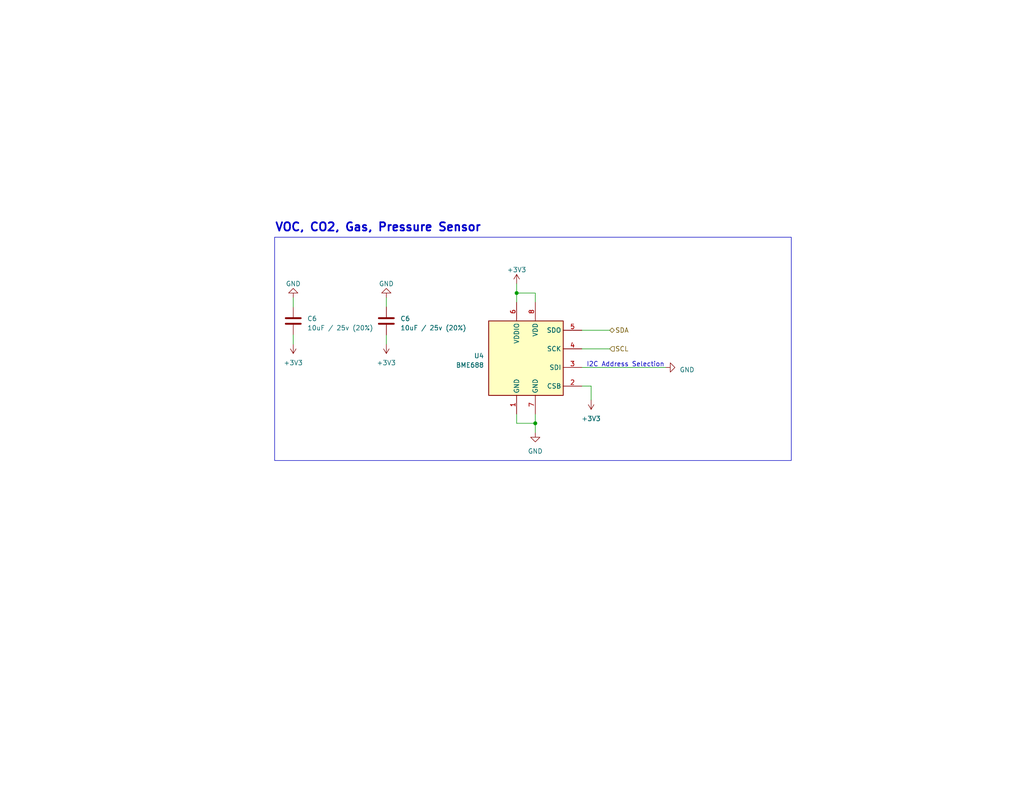
<source format=kicad_sch>
(kicad_sch (version 20230121) (generator eeschema)
  (paper "USLetter")
  (title_block (title "Kwartzlab Environmental Sensor") (date "2023-03-24") (rev "1") (company "Created By: Erin Reed (FireLabs - www.firelabs.ca)"))
  (lib_symbols
    (symbol "Device:C" (pin_numbers hide) (pin_names (offset 0.254))
      (property "Reference" "C" (at 0.635 2.54 0))
      (property "Value" "C" (at 0.635 -2.54 0))
      (symbol "C_0_1"
        (polyline (pts (xy -2.032 -0.762) (xy 2.032 -0.762)) (stroke (width 0.508)))
        (polyline (pts (xy -2.032 0.762) (xy 2.032 0.762)) (stroke (width 0.508)))
      )
      (symbol "C_1_1"
        (pin passive line (at 0 3.81 270) (length 2.794) (name "~") (number "1"))
        (pin passive line (at 0 -3.81 90) (length 2.794) (name "~") (number "2"))
      )
    )
    (symbol "Sensor:BME680"
      (property "Reference" "U" (at -8.89 11.43 0))
      (property "Value" "BME680" (at 7.62 11.43 0))
      (symbol "BME680_0_1"
        (rectangle (start -10.16 10.16) (end 10.16 -10.16) (stroke (width 0.254)) (fill (type background)))
      )
      (symbol "BME680_1_1"
        (pin power_in line (at -2.54 -15.24 90) (length 5.08) (name "GND") (number "1"))
        (pin input line (at 15.24 -7.62 180) (length 5.08) (name "CSB") (number "2"))
        (pin bidirectional line (at 15.24 -2.54 180) (length 5.08) (name "SDI") (number "3"))
        (pin input line (at 15.24 2.54 180) (length 5.08) (name "SCK") (number "4"))
        (pin bidirectional line (at 15.24 7.62 180) (length 5.08) (name "SDO") (number "5"))
        (pin power_in line (at -2.54 15.24 270) (length 5.08) (name "VDDIO") (number "6"))
        (pin power_in line (at 2.54 -15.24 90) (length 5.08) (name "GND") (number "7"))
        (pin power_in line (at 2.54 15.24 270) (length 5.08) (name "VDD") (number "8"))
      )
    )
    (symbol "power:+3V3" (power) (pin_names (offset 0))
      (property "Value" "+3V3" (at 0 3.556 0))
      (symbol "+3V3_0_1"
        (polyline (pts (xy -0.762 1.27) (xy 0 2.54)))
        (polyline (pts (xy 0 0) (xy 0 2.54)))
        (polyline (pts (xy 0 2.54) (xy 0.762 1.27)))
      )
      (symbol "+3V3_1_1"
        (pin power_in line (at 0 0 90) (length 0) hide (name "+3V3") (number "1"))
      )
    )
    (symbol "power:GND" (power) (pin_names (offset 0))
      (property "Value" "GND" (at 0 -3.81 0))
      (symbol "GND_0_1"
        (polyline (pts (xy 0 0) (xy 0 -1.27) (xy 1.27 -1.27) (xy 0 -2.54) (xy -1.27 -1.27) (xy 0 -1.27)))
      )
      (symbol "GND_1_1"
        (pin power_in line (at 0 0 270) (length 0) hide (name "GND") (number "1"))
      )
    )
  )
  (junction (at 146.05 115.57))
  (junction (at 140.97 80.01))
  (wire (pts (xy 146.05 82.55) (xy 146.05 80.01)))
  (wire (pts (xy 158.75 105.41) (xy 161.29 105.41)))
  (wire (pts (xy 80.01 91.44) (xy 80.01 93.98)))
  (wire (pts (xy 146.05 80.01) (xy 140.97 80.01)))
  (wire (pts (xy 140.97 77.47) (xy 140.97 80.01)))
  (wire (pts (xy 158.75 95.25) (xy 166.37 95.25)))
  (wire (pts (xy 105.41 81.28) (xy 105.41 83.82)))
  (wire (pts (xy 158.75 90.17) (xy 166.37 90.17)))
  (wire (pts (xy 80.01 81.28) (xy 80.01 83.82)))
  (wire (pts (xy 140.97 80.01) (xy 140.97 82.55)))
  (wire (pts (xy 146.05 113.03) (xy 146.05 115.57)))
  (wire (pts (xy 140.97 113.03) (xy 140.97 115.57)))
  (wire (pts (xy 105.41 91.44) (xy 105.41 93.98)))
  (wire (pts (xy 146.05 115.57) (xy 146.05 118.11)))
  (wire (pts (xy 161.29 105.41) (xy 161.29 109.22)))
  (wire (pts (xy 158.75 100.33) (xy 181.61 100.33)))
  (wire (pts (xy 140.97 115.57) (xy 146.05 115.57)))
  (rectangle (start 74.93 64.77) (end 215.9 125.73))
  (text "VOC, CO2, Gas, Pressure Sensor" (at 74.93 63.5 0) (effects (font (size 2.27 2.27) (thickness 0.454) bold) (justify left bottom)))
  (text "I2C Address Selection" (at 160.02 100.33 0) (effects (font (size 1.27 1.27)) (justify left bottom)))
  (hierarchical_label "SCL" (shape input) (at 166.37 95.25 0))
  (hierarchical_label "SDA" (shape bidirectional) (at 166.37 90.17 0))
  (symbol (lib_id "power:GND") (at 181.61 100.33 90) (unit 1)
    (property "Reference" "#PWR042" (effects hide))
    (property "Value" "GND" (at 185.42 100.965 90) (effects (justify right)))
  )
  (symbol (lib_id "power:GND") (at 80.01 81.28 180) (unit 1)
    (property "Reference" "#PWR014" (effects hide))
    (property "Value" "GND" (at 80.01 77.47 0))
    (instances (project "KwartzLab-SensorBoard-Rev1" (path "" (reference "#PWR014") (unit 1)) (path "" (reference "#PWR035") (unit 1))) (project "connector_usb_c" (path "" (reference "#PWR01") (unit 1))))
  )
  (symbol (lib_id "power:+3V3") (at 140.97 77.47 0) (unit 1)
    (property "Reference" "#PWR039" (effects hide))
    (property "Value" "+3V3" (at 140.97 73.66 0))
  )
  (symbol (lib_id "power:GND") (at 146.05 118.11 0) (unit 1)
    (property "Reference" "#PWR040" (effects hide))
    (property "Value" "GND" (at 146.05 123.19 0))
  )
  (symbol (lib_id "Device:C") (at 80.01 87.63 180) (unit 1)
    (property "Reference" "C6" (at 83.82 86.995 0) (effects (justify right)))
    (property "Value" "10uF / 25v (20%)" (at 83.82 89.535 0) (effects (justify right)))
    (property "Footprint" "Capacitor_SMD:C_0603_1608Metric" (effects hide))
    (property "Datasheet" "https://media.digikey.com/pdf/Data%20Sheets/Samsung%20PDFs/CL10A106MA8NRNC_Spec.pdf" (effects hide))
    (property "DigiKey" "1276-1869-1-ND" (effects hide))
    (instances (project "KwartzLab-SensorBoard-Rev1" (path "" (reference "C6") (unit 1)) (path "" (reference "C11") (unit 1))) (project "connector_usb_c" (path "" (reference "C1") (unit 1))))
  )
  (symbol (lib_id "Device:C") (at 105.41 87.63 180) (unit 1)
    (property "Reference" "C6" (at 109.22 86.995 0) (effects (justify right)))
    (property "Value" "10uF / 25v (20%)" (at 109.22 89.535 0) (effects (justify right)))
    (property "Footprint" "Capacitor_SMD:C_0603_1608Metric" (effects hide))
    (property "Datasheet" "https://media.digikey.com/pdf/Data%20Sheets/Samsung%20PDFs/CL10A106MA8NRNC_Spec.pdf" (effects hide))
    (property "DigiKey" "1276-1869-1-ND" (effects hide))
    (instances (project "KwartzLab-SensorBoard-Rev1" (path "" (reference "C6") (unit 1)) (path "" (reference "C12") (unit 1))) (project "connector_usb_c" (path "" (reference "C1") (unit 1))))
  )
  (symbol (lib_id "power:GND") (at 105.41 81.28 180) (unit 1)
    (property "Reference" "#PWR014" (effects hide))
    (property "Value" "GND" (at 105.41 77.47 0))
    (instances (project "KwartzLab-SensorBoard-Rev1" (path "" (reference "#PWR014") (unit 1)) (path "" (reference "#PWR037") (unit 1))) (project "connector_usb_c" (path "" (reference "#PWR01") (unit 1))))
  )
  (symbol (lib_id "power:+3V3") (at 80.01 93.98 180) (unit 1)
    (property "Reference" "#PWR036" (effects hide))
    (property "Value" "+3V3" (at 80.01 99.06 0))
  )
  (symbol (lib_id "power:+3V3") (at 161.29 109.22 180) (unit 1)
    (property "Reference" "#PWR041" (effects hide))
    (property "Value" "+3V3" (at 161.29 114.3 0))
  )
  (symbol (lib_id "power:+3V3") (at 105.41 93.98 180) (unit 1)
    (property "Reference" "#PWR038" (effects hide))
    (property "Value" "+3V3" (at 105.41 99.06 0))
  )
  (symbol (lib_id "Sensor:BME680") (at 143.51 97.79 0) (unit 1)
    (property "Reference" "U4" (at 132.08 97.155 0) (effects (justify right)))
    (property "Value" "BME688" (at 132.08 99.695 0) (effects (justify right)))
    (property "Footprint" "Package_LGA:Bosch_LGA-8_3x3mm_P0.8mm_ClockwisePinNumbering" (effects hide))
    (property "Datasheet" "https://ae-bst.resource.bosch.com/media/_tech/media/datasheets/BST-BME680-DS001.pdf" (effects hide))
  )
)
</source>
